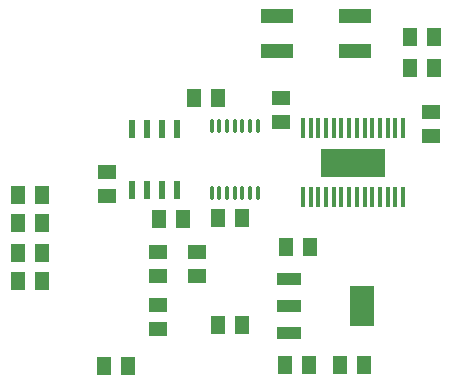
<source format=gtp>
G04 Layer_Color=8421504*
%FSLAX44Y44*%
%MOMM*%
G71*
G01*
G75*
%ADD10R,1.2700X1.6002*%
%ADD11R,1.6002X1.2700*%
%ADD12R,2.7000X1.3000*%
%ADD13R,5.5118X2.4892*%
%ADD14R,0.4064X1.8034*%
%ADD15R,2.1500X3.5000*%
%ADD16R,2.1500X1.1000*%
%ADD17R,2.1500X1.1000*%
%ADD18O,0.3500X1.2500*%
%ADD19R,0.5080X1.5240*%
D10*
X44840Y-330000D02*
D03*
X65160D02*
D03*
X111160Y-205000D02*
D03*
X90840D02*
D03*
X161160Y-295000D02*
D03*
X140840D02*
D03*
X303530Y-50800D02*
D03*
X323850D02*
D03*
X303530Y-77470D02*
D03*
X323850D02*
D03*
X-28160Y-209000D02*
D03*
X-7840D02*
D03*
X197840Y-329000D02*
D03*
X218160D02*
D03*
X198840Y-229000D02*
D03*
X219160D02*
D03*
X243840Y-329000D02*
D03*
X264160D02*
D03*
X-28160Y-185000D02*
D03*
X-7840D02*
D03*
X-28160Y-258000D02*
D03*
X-7840D02*
D03*
X-28160Y-234000D02*
D03*
X-7840D02*
D03*
X161160Y-204000D02*
D03*
X140840D02*
D03*
X141160Y-103000D02*
D03*
X120840D02*
D03*
D11*
X321000Y-114840D02*
D03*
Y-135160D02*
D03*
X194000Y-102840D02*
D03*
Y-123160D02*
D03*
X90000Y-298160D02*
D03*
Y-277840D02*
D03*
Y-232840D02*
D03*
Y-253160D02*
D03*
X123000Y-232840D02*
D03*
Y-253160D02*
D03*
X47000Y-165840D02*
D03*
Y-186160D02*
D03*
D12*
X190500Y-33760D02*
D03*
Y-62760D02*
D03*
X256540Y-33760D02*
D03*
Y-62760D02*
D03*
D13*
X255143Y-157480D02*
D03*
D14*
X297561Y-186436D02*
D03*
X290957D02*
D03*
X284607D02*
D03*
X278003D02*
D03*
X271399D02*
D03*
X265049D02*
D03*
X258445D02*
D03*
X252095D02*
D03*
X245491D02*
D03*
X238887D02*
D03*
X232537D02*
D03*
X225933D02*
D03*
X219583D02*
D03*
X212979D02*
D03*
Y-128524D02*
D03*
X219583D02*
D03*
X225933D02*
D03*
X232537D02*
D03*
X238887D02*
D03*
X245491D02*
D03*
X252095D02*
D03*
X258445D02*
D03*
X265049D02*
D03*
X271399D02*
D03*
X278003D02*
D03*
X284607D02*
D03*
X290957D02*
D03*
X297561D02*
D03*
D15*
X263000Y-279000D02*
D03*
D16*
X201000Y-302000D02*
D03*
Y-256000D02*
D03*
D17*
Y-279000D02*
D03*
D18*
X174489Y-126644D02*
D03*
X167989D02*
D03*
X161489D02*
D03*
X154989D02*
D03*
X148489D02*
D03*
X141989D02*
D03*
X135489D02*
D03*
X174489Y-183144D02*
D03*
X167989D02*
D03*
X161489D02*
D03*
X154989D02*
D03*
X148489D02*
D03*
X141989D02*
D03*
X135489D02*
D03*
D19*
X67950Y-181035D02*
D03*
X80650D02*
D03*
X93350D02*
D03*
X106050D02*
D03*
Y-128965D02*
D03*
X93350D02*
D03*
X80650D02*
D03*
X67950D02*
D03*
M02*

</source>
